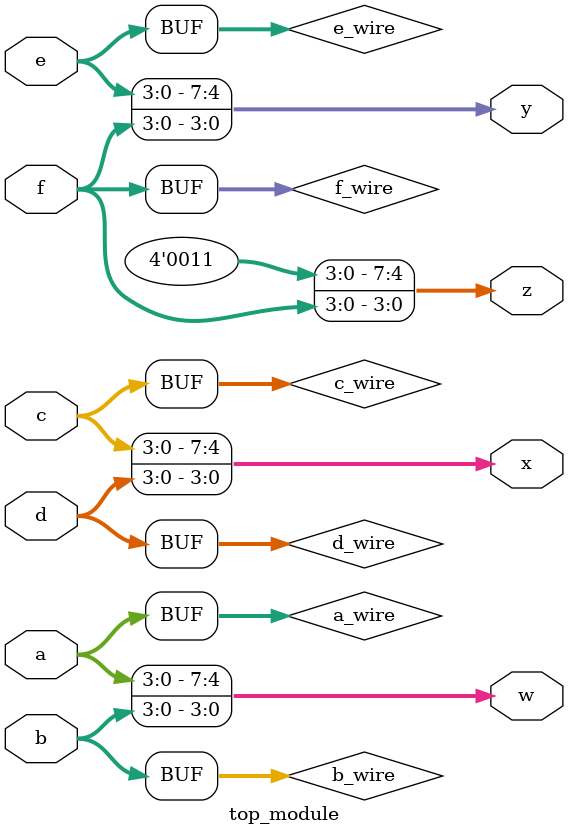
<source format=sv>
module top_module (
    input [4:0] a,
    input [4:0] b,
    input [4:0] c,
    input [4:0] d,
    input [4:0] e,
    input [4:0] f,
    output [7:0] w,
    output [7:0] x,
    output [7:0] y,
    output [7:0] z
);

    wire [4:0] a_wire, b_wire, c_wire, d_wire, e_wire, f_wire;

    assign a_wire = a;
    assign b_wire = b;
    assign c_wire = c;
    assign d_wire = d;
    assign e_wire = e;
    assign f_wire = f;

    assign w = {a_wire, b_wire[3:0]};
    assign x = {c_wire, d_wire[3:0]};
    assign y = {e_wire, f_wire[3:0]};
    assign z = {2'b11, f_wire[3:0]};

endmodule

</source>
